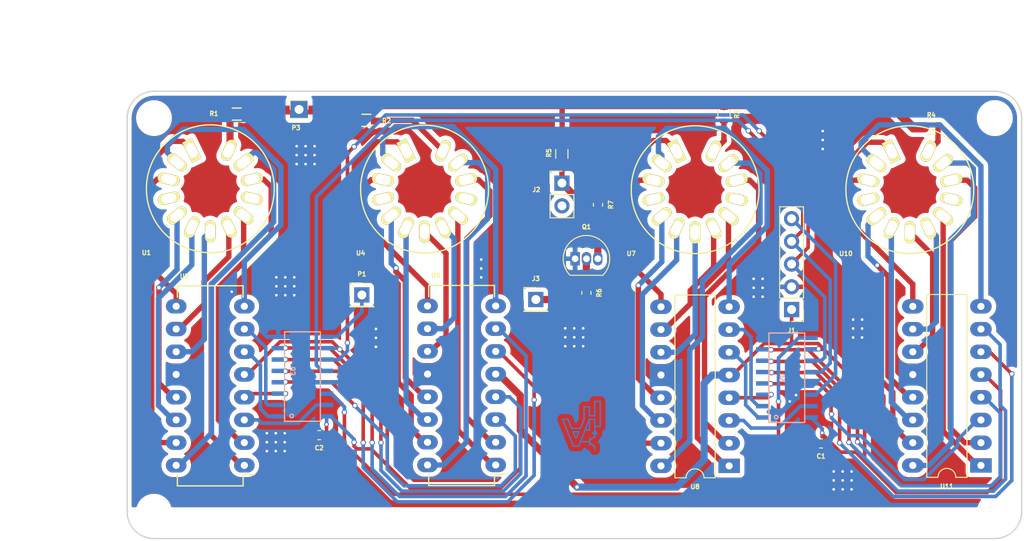
<source format=kicad_pcb>
(kicad_pcb (version 20211014) (generator pcbnew)
  (layers (0 "F.Cu" signal) (31 "B.Cu" signal) (34 "B.Paste" user) (35 "F.Paste" user) (36 "B.SilkS" user "B.Silkscreen") (37 "F.SilkS" user "F.Silkscreen") (38 "B.Mask" user) (39 "F.Mask" user) (44 "Edge.Cuts" user))
  (net 0 "")
  (net 1 "180V")
  (net 2 "Net-(R1-Pad2)")
  (net 3 "Net-(R2-Pad2)")
  (net 4 "Net-(U1-Pad1)")
  (net 5 "Net-(U1-Pad2)")
  (net 6 "Net-(U1-Pad3)")
  (net 7 "Net-(U1-Pad4)")
  (net 8 "Net-(U1-Pad5)")
  (net 9 "Net-(U1-Pad6)")
  (net 10 "Net-(U1-Pad7)")
  (net 11 "Net-(U1-Pad8)")
  (net 12 "Net-(U1-Pad9)")
  (net 13 "Net-(U1-Pad10)")
  (net 14 "Net-(U1-Pad11)")
  (net 15 "Net-(U1-Pad12)")
  (net 16 "Net-(U2-Pad3)")
  (net 17 "Net-(U2-Pad4)")
  (net 18 "+5V")
  (net 19 "Net-(U2-Pad6)")
  (net 20 "Net-(U2-Pad7)")
  (net 21 "GND")
  (net 22 "Net-(U3-Pad4)")
  (net 23 "Net-(U3-Pad5)")
  (net 24 "Net-(U3-Pad6)")
  (net 25 "Net-(U3-Pad7)")
  (net 26 "Net-(U4-Pad1)")
  (net 27 "Net-(U4-Pad2)")
  (net 28 "Net-(U4-Pad3)")
  (net 29 "Net-(U4-Pad4)")
  (net 30 "Net-(U4-Pad5)")
  (net 31 "Net-(U4-Pad6)")
  (net 32 "Net-(U4-Pad7)")
  (net 33 "Net-(U4-Pad8)")
  (net 34 "Net-(U4-Pad9)")
  (net 35 "Net-(U4-Pad10)")
  (net 36 "Net-(U4-Pad11)")
  (net 37 "Net-(U4-Pad12)")
  (net 38 "SHIFT_SERIAL_CLOCK")
  (net 39 "SHIFT_LATCH_CLOCK")
  (net 40 "SHIFT_OUT")
  (net 41 "Net-(R3-Pad2)")
  (net 42 "Net-(R4-Pad2)")
  (net 43 "Net-(U7-Pad1)")
  (net 44 "Net-(U7-Pad2)")
  (net 45 "Net-(U7-Pad3)")
  (net 46 "Net-(U7-Pad4)")
  (net 47 "Net-(U7-Pad5)")
  (net 48 "Net-(U7-Pad6)")
  (net 49 "Net-(U7-Pad7)")
  (net 50 "Net-(U7-Pad8)")
  (net 51 "Net-(U7-Pad9)")
  (net 52 "Net-(U7-Pad10)")
  (net 53 "Net-(U7-Pad11)")
  (net 54 "Net-(U7-Pad12)")
  (net 55 "Net-(U8-Pad3)")
  (net 56 "Net-(U8-Pad4)")
  (net 57 "Net-(U8-Pad6)")
  (net 58 "Net-(U8-Pad7)")
  (net 59 "Net-(U10-Pad1)")
  (net 60 "Net-(U10-Pad2)")
  (net 61 "Net-(U10-Pad3)")
  (net 62 "Net-(U10-Pad4)")
  (net 63 "Net-(U10-Pad5)")
  (net 64 "Net-(U10-Pad6)")
  (net 65 "Net-(U10-Pad7)")
  (net 66 "Net-(U10-Pad8)")
  (net 67 "Net-(U10-Pad9)")
  (net 68 "Net-(U10-Pad10)")
  (net 69 "Net-(U10-Pad11)")
  (net 70 "Net-(U10-Pad12)")
  (net 71 "Net-(U11-Pad3)")
  (net 72 "Net-(U11-Pad4)")
  (net 73 "Net-(U11-Pad6)")
  (net 74 "Net-(U11-Pad7)")
  (net 75 "Net-(P1-Pad1)")
  (net 76 "SHIFT_SER_DATA")
  (net 77 "Net-(J2-Pad1)")
  (net 78 "Net-(J2-Pad2)")
  (net 79 "DOT_CTRL")
  (net 80 "Net-(Q1-Pad2)")
  (net 81 "Net-(Q1-Pad3)")
  (footprint "Resistors_SMD:R_0603" (layer "F.Cu") (at 124.25 66.05 180)
    (fp_text reference "R1")
    (fp_text value "15K" hide)
  )
  (footprint "Resistors_SMD:R_0603" (layer "F.Cu") (at 138.75 66.75)
    (fp_text reference "R2")
    (fp_text value "15K" hide)
  )
  (footprint "keyboard:Nixie-570M-573M" (layer "F.Cu") (at 121.3 74.4)
    (fp_text reference "U1")
    (fp_text value "570Nixie" hide)
  )
  (footprint "Housings_DIP:DIP-16_W7.62mm_LongPads" (layer "F.Cu") (at 125.1 105.32 180)
    (fp_text reference "U2")
    (fp_text value "SN74141-BCD-DEC-DECODE" hide)
  )
  (footprint "keyboard:Nixie-570M-573M" (layer "F.Cu") (at 145.25 74.439664)
    (fp_text reference "U4")
    (fp_text value "570Nixie" hide)
  )
  (footprint "Housings_DIP:DIP-16_W7.62mm_LongPads" (layer "F.Cu") (at 153.2 105.28 180)
    (fp_text reference "U5")
    (fp_text value "SN74141-BCD-DEC-DECODE" hide)
  )
  (footprint "Pin_Headers:Pin_Header_Straight_1x01" (layer "F.Cu") (at 131.22 65.53)
    (fp_text reference "P3")
    (fp_text value "CONN_01X01" hide)
  )
  (footprint "Mounting_Holes:MountingHole_3mm" (layer "F.Cu") (at 115 66.5)
    (fp_text reference "REF**" hide)
    (fp_text value "MountingHole_3mm" hide)
  )
  (footprint "Mounting_Holes:MountingHole_3mm" (layer "F.Cu") (at 115 110.5)
    (fp_text reference "REF**" hide)
    (fp_text value "MountingHole_3mm" hide)
  )
  (footprint "Pin_Headers:Pin_Header_Straight_1x02_Pitch2.54mm" (layer "F.Cu") (at 160.61 73.77)
    (fp_text reference "J2")
    (fp_text value "Dot Connection" hide)
  )
  (footprint "keyboard:stitching_via" (layer "F.Cu") (at 128.68 84.3)
    (fp_text reference "REF**" hide)
    (fp_text value "Via-0.6mm" hide)
  )
  (footprint "keyboard:stitching_via" (layer "F.Cu") (at 129.68 84.3)
    (fp_text reference "REF**" hide)
    (fp_text value "Via-0.6mm" hide)
  )
  (footprint "keyboard:stitching_via" (layer "F.Cu") (at 130.68 84.3)
    (fp_text reference "REF**" hide)
    (fp_text value "Via-0.6mm" hide)
  )
  (footprint "keyboard:stitching_via" (layer "F.Cu") (at 128.68 85.3)
    (fp_text reference "REF**" hide)
    (fp_text value "Via-0.6mm" hide)
  )
  (footprint "keyboard:stitching_via" (layer "F.Cu") (at 129.68 85.3)
    (fp_text reference "REF**" hide)
    (fp_text value "Via-0.6mm" hide)
  )
  (footprint "keyboard:stitching_via" (layer "F.Cu") (at 130.68 85.3)
    (fp_text reference "REF**" hide)
    (fp_text value "Via-0.6mm" hide)
  )
  (footprint "keyboard:stitching_via" (layer "F.Cu") (at 128.68 86.3)
    (fp_text reference "REF**" hide)
    (fp_text value "Via-0.6mm" hide)
  )
  (footprint "keyboard:stitching_via" (layer "F.Cu") (at 129.68 86.3)
    (fp_text reference "REF**" hide)
    (fp_text value "Via-0.6mm" hide)
  )
  (footprint "keyboard:stitching_via" (layer "F.Cu") (at 130.68 86.3)
    (fp_text reference "REF**" hide)
    (fp_text value "Via-0.6mm" hide)
  )
  (footprint "keyboard:stitching_via" (layer "F.Cu") (at 127.615 101.73)
    (fp_text reference "REF**" hide)
    (fp_text value "Via-0.6mm" hide)
  )
  (footprint "keyboard:stitching_via" (layer "F.Cu") (at 128.615 101.73)
    (fp_text reference "REF**" hide)
    (fp_text value "Via-0.6mm" hide)
  )
  (footprint "keyboard:stitching_via" (layer "F.Cu") (at 129.615 101.73)
    (fp_text reference "REF**" hide)
    (fp_text value "Via-0.6mm" hide)
  )
  (footprint "keyboard:stitching_via" (layer "F.Cu") (at 129.615 102.73)
    (fp_text reference "REF**" hide)
    (fp_text value "Via-0.6mm" hide)
  )
  (footprint "keyboard:stitching_via" (layer "F.Cu") (at 129.615 103.73)
    (fp_text reference "REF**" hide)
    (fp_text value "Via-0.6mm" hide)
  )
  (footprint "keyboard:stitching_via" (layer "F.Cu") (at 128.615 102.73)
    (fp_text reference "REF**" hide)
    (fp_text value "Via-0.6mm" hide)
  )
  (footprint "keyboard:stitching_via" (layer "F.Cu") (at 127.615 102.73)
    (fp_text reference "REF**" hide)
    (fp_text value "Via-0.6mm" hide)
  )
  (footprint "keyboard:stitching_via" (layer "F.Cu") (at 127.615 103.73)
    (fp_text reference "REF**" hide)
    (fp_text value "Via-0.6mm" hide)
  )
  (footprint "keyboard:stitching_via" (layer "F.Cu") (at 128.615 103.73)
    (fp_text reference "REF**" hide)
    (fp_text value "Via-0.6mm" hide)
  )
  (footprint "Resistors_SMD:R_0603" (layer "F.Cu") (at 178.72 66.07 -90)
    (fp_text reference "R3")
    (fp_text value "15K" hide)
  )
  (footprint "Resistors_SMD:R_0603" (layer "F.Cu") (at 201.9 67.6)
    (fp_text reference "R4")
    (fp_text value "15K" hide)
  )
  (footprint "keyboard:Nixie-570M-573M" (layer "F.Cu") (at 175.5 74.5)
    (fp_text reference "U7")
    (fp_text value "570Nixie" hide)
  )
  (footprint "Housings_DIP:DIP-16_W7.62mm_LongPads" (layer "F.Cu") (at 179.3 105.38 180)
    (fp_text reference "U8")
    (fp_text value "SN74141-BCD-DEC-DECODE" hide)
  )
  (footprint "keyboard:Nixie-570M-573M" (layer "F.Cu") (at 199.5 74.5)
    (fp_text reference "U10")
    (fp_text value "570Nixie" hide)
  )
  (footprint "Housings_DIP:DIP-16_W7.62mm_LongPads" (layer "F.Cu") (at 207.45 105.33 180)
    (fp_text reference "U11")
    (fp_text value "SN74141-BCD-DEC-DECODE" hide)
  )
  (footprint "Pin_Headers:Pin_Header_Straight_1x01_Pitch2.54mm" (layer "F.Cu") (at 138.24 86.27)
    (fp_text reference "P1")
    (fp_text value "CONN_01X01" hide)
  )
  (footprint "keyboard:stitching_via" (layer "F.Cu") (at 183.04 84.465)
    (fp_text reference "REF**" hide)
    (fp_text value "Via-0.6mm" hide)
  )
  (footprint "keyboard:stitching_via" (layer "F.Cu") (at 182.04 85.465)
    (fp_text reference "REF**" hide)
    (fp_text value "Via-0.6mm" hide)
  )
  (footprint "keyboard:stitching_via" (layer "F.Cu") (at 183.04 85.465)
    (fp_text reference "REF**" hide)
    (fp_text value "Via-0.6mm" hide)
  )
  (footprint "keyboard:stitching_via" (layer "F.Cu") (at 182.04 84.465)
    (fp_text reference "REF**" hide)
    (fp_text value "Via-0.6mm" hide)
  )
  (footprint "keyboard:stitching_via" (layer "F.Cu") (at 183.04 86.465)
    (fp_text reference "REF**" hide)
    (fp_text value "Via-0.6mm" hide)
  )
  (footprint "keyboard:stitching_via" (layer "F.Cu") (at 182.04 86.465)
    (fp_text reference "REF**" hide)
    (fp_text value "Via-0.6mm" hide)
  )
  (footprint "Mounting_Holes:MountingHole_3mm" (layer "F.Cu") (at 209 110.5)
    (fp_text reference "REF**" hide)
    (fp_text value "MountingHole_3mm" hide)
  )
  (footprint "keyboard:stitching_via" (layer "F.Cu") (at 191.99 108.005)
    (fp_text reference "REF**" hide)
    (fp_text value "Via-0.6mm" hide)
  )
  (footprint "keyboard:stitching_via" (layer "F.Cu") (at 191.99 107.005)
    (fp_text reference "REF**" hide)
    (fp_text value "Via-0.6mm" hide)
  )
  (footprint "keyboard:stitching_via" (layer "F.Cu") (at 190.99 108.005)
    (fp_text reference "REF**" hide)
    (fp_text value "Via-0.6mm" hide)
  )
  (footprint "keyboard:stitching_via" (layer "F.Cu") (at 192.99 108.005)
    (fp_text reference "REF**" hide)
    (fp_text value "Via-0.6mm" hide)
  )
  (footprint "keyboard:stitching_via" (layer "F.Cu") (at 192.99 107.005)
    (fp_text reference "REF**" hide)
    (fp_text value "Via-0.6mm" hide)
  )
  (footprint "keyboard:stitching_via" (layer "F.Cu") (at 192.99 106.005)
    (fp_text reference "REF**" hide)
    (fp_text value "Via-0.6mm" hide)
  )
  (footprint "keyboard:stitching_via" (layer "F.Cu") (at 190.99 107.005)
    (fp_text reference "REF**" hide)
    (fp_text value "Via-0.6mm" hide)
  )
  (footprint "keyboard:stitching_via" (layer "F.Cu") (at 191.99 106.005)
    (fp_text reference "REF**" hide)
    (fp_text value "Via-0.6mm" hide)
  )
  (footprint "keyboard:stitching_via" (layer "F.Cu") (at 190.99 106.005)
    (fp_text reference "REF**" hide)
    (fp_text value "Via-0.6mm" hide)
  )
  (footprint "Mounting_Holes:MountingHole_3mm" (layer "F.Cu") (at 209 66.5)
    (fp_text reference "REF**" hide)
    (fp_text value "MountingHole_3mm" hide)
  )
  (footprint "keyboard:stitching_via" (layer "F.Cu") (at 194.16 89.025)
    (fp_text reference "REF**" hide)
    (fp_text value "Via-0.6mm" hide)
  )
  (footprint "keyboard:stitching_via" (layer "F.Cu") (at 193.16 89.025)
    (fp_text reference "REF**" hide)
    (fp_text value "Via-0.6mm" hide)
  )
  (footprint "keyboard:stitching_via" (layer "F.Cu") (at 193.16 91.025)
    (fp_text reference "REF**" hide)
    (fp_text value "Via-0.6mm" hide)
  )
  (footprint "keyboard:stitching_via" (layer "F.Cu") (at 194.16 91.025)
    (fp_text reference "REF**" hide)
    (fp_text value "Via-0.6mm" hide)
  )
  (footprint "keyboard:stitching_via" (layer "F.Cu") (at 194.16 90.025)
    (fp_text reference "REF**" hide)
    (fp_text value "Via-0.6mm" hide)
  )
  (footprint "keyboard:stitching_via" (layer "F.Cu") (at 193.16 90.025)
    (fp_text reference "REF**" hide)
    (fp_text value "Via-0.6mm" hide)
  )
  (footprint "keyboard:stitching_via" (layer "F.Cu") (at 130.95 70.64)
    (fp_text reference "REF**" hide)
    (fp_text value "Via-0.6mm" hide)
  )
  (footprint "keyboard:stitching_via" (layer "F.Cu") (at 131.95 70.64)
    (fp_text reference "REF**" hide)
    (fp_text value "Via-0.6mm" hide)
  )
  (footprint "keyboard:stitching_via" (layer "F.Cu") (at 130.95 71.64)
    (fp_text reference "REF**" hide)
    (fp_text value "Via-0.6mm" hide)
  )
  (footprint "keyboard:stitching_via" (layer "F.Cu") (at 131.95 71.64)
    (fp_text reference "REF**" hide)
    (fp_text value "Via-0.6mm" hide)
  )
  (footprint "keyboard:stitching_via" (layer "F.Cu") (at 132.95 71.64)
    (fp_text reference "REF**" hide)
    (fp_text value "Via-0.6mm" hide)
  )
  (footprint "keyboard:stitching_via" (layer "F.Cu") (at 132.95 70.64)
    (fp_text reference "REF**" hide)
    (fp_text value "Via-0.6mm" hide)
  )
  (footprint "keyboard:stitching_via" (layer "F.Cu") (at 132.95 69.64)
    (fp_text reference "REF**" hide)
    (fp_text value "Via-0.6mm" hide)
  )
  (footprint "keyboard:stitching_via" (layer "F.Cu") (at 131.95 69.64)
    (fp_text reference "REF**" hide)
    (fp_text value "Via-0.6mm" hide)
  )
  (footprint "keyboard:stitching_via" (layer "F.Cu") (at 130.95 69.64)
    (fp_text reference "REF**" hide)
    (fp_text value "Via-0.6mm" hide)
  )
  (footprint "keyboard:stitching_via" (layer "F.Cu") (at 160.98 90.005)
    (fp_text reference "REF**" hide)
    (fp_text value "Via-0.6mm" hide)
  )
  (footprint "keyboard:stitching_via" (layer "F.Cu") (at 161.98 90.005)
    (fp_text reference "REF**" hide)
    (fp_text value "Via-0.6mm" hide)
  )
  (footprint "keyboard:stitching_via" (layer "F.Cu") (at 162.98 90.005)
    (fp_text reference "REF**" hide)
    (fp_text value "Via-0.6mm" hide)
  )
  (footprint "keyboard:stitching_via" (layer "F.Cu") (at 162.98 91.005)
    (fp_text reference "REF**" hide)
    (fp_text value "Via-0.6mm" hide)
  )
  (footprint "keyboard:stitching_via" (layer "F.Cu") (at 162.98 92.005)
    (fp_text reference "REF**" hide)
    (fp_text value "Via-0.6mm" hide)
  )
  (footprint "keyboard:stitching_via" (layer "F.Cu") (at 161.98 92.005)
    (fp_text reference "REF**" hide)
    (fp_text value "Via-0.6mm" hide)
  )
  (footprint "keyboard:stitching_via" (layer "F.Cu") (at 161.98 91.005)
    (fp_text reference "REF**" hide)
    (fp_text value "Via-0.6mm" hide)
  )
  (footprint "keyboard:stitching_via" (layer "F.Cu") (at 160.98 91.005)
    (fp_text reference "REF**" hide)
    (fp_text value "Via-0.6mm" hide)
  )
  (footprint "keyboard:stitching_via" (layer "F.Cu") (at 160.98 92.005)
    (fp_text reference "REF**" hide)
    (fp_text value "Via-0.6mm" hide)
  )
  (footprint "keyboard:stitching_via" (layer "F.Cu") (at 186.781369 97.469253 -45)
    (fp_text reference "REF**" hide)
    (fp_text value "Via-0.6mm" hide)
  )
  (footprint "keyboard:stitching_via" (layer "F.Cu") (at 186.074262 98.176359 -45)
    (fp_text reference "REF**" hide)
    (fp_text value "Via-0.6mm" hide)
  )
  (footprint "Resistors_SMD:R_0603" (layer "F.Cu") (at 160.6 70.5 -90)
    (fp_text reference "R5")
    (fp_text value "15K" hide)
  )
  (footprint "Pin_Headers:Pin_Header_Straight_1x05_Pitch2.54mm" (layer "F.Cu") (at 186.28 87.9 180)
    (fp_text reference "J1")
    (fp_text value "Conn_01x05" hide)
  )
  (footprint "keyboard:stitching_via" (layer "F.Cu") (at 151.58 82.305)
    (fp_text reference "REF**" hide)
    (fp_text value "Via-0.6mm" hide)
  )
  (footprint "keyboard:stitching_via" (layer "F.Cu") (at 151.58 83.305)
    (fp_text reference "REF**" hide)
    (fp_text value "Via-0.6mm" hide)
  )
  (footprint "keyboard:stitching_via" (layer "F.Cu") (at 151.58 84.305)
    (fp_text reference "REF**" hide)
    (fp_text value "Via-0.6mm" hide)
  )
  (footprint "keyboard:stitching_via" (layer "F.Cu") (at 123.69 85.91)
    (fp_text reference "REF**" hide)
    (fp_text value "Via-0.6mm" hide)
  )
  (footprint "keyboard:stitching_via" (layer "F.Cu") (at 139.81 90.07)
    (fp_text reference "REF**" hide)
    (fp_text value "Via-0.6mm" hide)
  )
  (footprint "keyboard:stitching_via" (layer "F.Cu") (at 139.81 91.07)
    (fp_text reference "REF**" hide)
    (fp_text value "Via-0.6mm" hide)
  )
  (footprint "keyboard:stitching_via" (layer "F.Cu") (at 139.81 92.07)
    (fp_text reference "REF**" hide)
    (fp_text value "Via-0.6mm" hide)
  )
  (footprint "keyboard:stitching_via" (layer "F.Cu") (at 189.76 67.95)
    (fp_text reference "REF**" hide)
    (fp_text value "Via-0.6mm" hide)
  )
  (footprint "keyboard:stitching_via" (layer "F.Cu") (at 189.76 68.95)
    (fp_text reference "REF**" hide)
    (fp_text value "Via-0.6mm" hide)
  )
  (footprint "keyboard:stitching_via" (layer "F.Cu") (at 189.76 69.95)
    (fp_text reference "REF**" hide)
    (fp_text value "Via-0.6mm" hide)
  )
  (footprint "Capacitor_SMD:C_0603_1608Metric" (layer "F.Cu") (at 189.5725 102.87 180)
    (fp_text reference "C1")
    (fp_text value "0.1uF" hide)
  )
  (footprint "Connector_PinHeader_2.54mm:PinHeader_1x01_P2.54mm_Vertical" (layer "F.Cu") (at 157.69 86.78)
    (fp_text reference "J3")
    (fp_text value "GPIO in for dot" hide)
  )
  (footprint "Package_TO_SOT_THT:TO-92_Inline" (layer "F.Cu") (at 162.08 82.22)
    (fp_text reference "Q1")
    (fp_text value "MPSA42" hide)
  )
  (footprint "Resistor_SMD:R_0603_1608Metric" (layer "F.Cu") (at 164.64 76.19 -90)
    (fp_text reference "R7")
    (fp_text value "15K" hide)
  )
  (footprint "Resistor_SMD:R_0603_1608Metric" (layer "F.Cu") (at 163.34 86.04 -90)
    (fp_text reference "R6")
    (fp_text value "10K" hide)
  )
  (footprint "Capacitor_SMD:C_0603_1608Metric" (layer "F.Cu") (at 133.47 101.94 180)
    (fp_text reference "C2")
    (fp_text value "0.1uF" hide)
  )
  (footprint "SMD_Packages:SOP16L" (layer "B.Cu") (at 131.6 95.395 90)
    (fp_text reference "U3")
    (fp_text value "SN43HC595" hide)
  )
  (footprint "keyboard:Logo" (layer "B.Cu") (at 163.88 99.17)
    (fp_text reference "U6" hide)
    (fp_text value "Logo" hide)
  )
  (footprint "keyboard_extended:SOP16L" (layer "B.Cu") (at 185.75 95.525 90)
    (fp_text reference "U9")
    (fp_text value "SN43HC595" hide)
  )
  (gr_arc (start 115 113.5) (mid 112.87868 112.62132) (end 112 110.5) (layer "Edge.Cuts") (width 0.15))
  (gr_line (start 115 63.5) (end 209 63.5) (layer "Edge.Cuts") (width 0.15))
  (gr_arc (start 212 110.5) (mid 211.12132 112.62132) (end 209 113.5) (layer "Edge.Cuts") (width 0.15))
  (gr_arc (start 209 63.5) (mid 211.12132 64.37868) (end 212 66.5) (layer "Edge.Cuts") (width 0.15))
  (gr_arc (start 112 66.5) (mid 112.87868 64.37868) (end 115 63.5) (layer "Edge.Cuts") (width 0.15))
  (gr_line (start 212 110.5) (end 212 66.5) (layer "Edge.Cuts") (width 0.15))
  (gr_arc (start 112 66.5) (mid 112.87868 64.37868) (end 115 63.5) (layer "Edge.Cuts") (width 0.15))
  (gr_line (start 112 66.5) (end 112 110.5) (layer "Edge.Cuts") (width 0.15))
  (gr_line (start 115 113.5) (end 209 113.5) (layer "Edge.Cuts") (width 0.15))
  (segment (start 160.61 65.019999) (end 160.63 64.999999) (width 1) (layer "F.Cu") (net 1))
  (segment (start 160.6 69.75) (end 160.6 68.9) (width 0.6) (layer "F.Cu") (net 1))
  (segment (start 178.72 65.32) (end 178.72 65.029999) (width 0.6) (layer "F.Cu") (net 1))
  (segment (start 127.4 65.6) (end 134.8 65.6) (width 1) (layer "F.Cu") (net 1))
  (segment (start 134.8 65.6) (end 135.400001 64.999999) (width 1) (layer "F.Cu") (net 1))
  (segment (start 160.63 64.999999) (end 178.75 64.999999) (width 1) (layer "F.Cu") (net 1))
  (segment (start 199.9 67.6) (end 201.15 67.6) (width 1) (layer "F.Cu") (net 1))
  (segment (start 201.15 67.6) (end 201.15 67.4) (width 0.8) (layer "F.Cu") (net 1))
  (segment (start 197.299999 64.999999) (end 199.9 67.6) (width 1) (layer "F.Cu") (net 1))
  (segment (start 127.4 65.6) (end 125.45 65.6) (width 1) (layer "F.Cu") (net 1))
  (segment (start 134.8 65.6) (end 135.95 66.75) (width 1) (layer "F.Cu") (net 1))
  (segment (start 178.72 65.029999) (end 178.75 64.999999) (width 0.6) (layer "F.Cu") (net 1))
  (segment (start 160.6 68.9) (end 160.63 68.87) (width 0.6) (layer "F.Cu") (net 1))
  (segment (start 125.45 65.6) (end 125 66.05) (width 1) (layer "F.Cu") (net 1))
  (segment (start 135.400001 64.999999) (end 160.63 64.999999) (width 1) (layer "F.Cu") (net 1))
  (segment (start 160.63 68.87) (end 160.63 64.999999) (width 0.6) (layer "F.Cu") (net 1))
  (segment (start 135.95 66.75) (end 138 66.75) (width 1) (layer "F.Cu") (net 1))
  (segment (start 178.75 64.999999) (end 197.299999 64.999999) (width 1) (layer "F.Cu") (net 1))
  (segment (start 123.5 69.974371) (end 123.367477 70.106894) (width 0.8) (layer "F.Cu") (net 2))
  (segment (start 123.5 66.05) (end 123.5 69.974371) (width 0.8) (layer "F.Cu") (net 2))
  (segment (start 143.910583 66.75) (end 139.5 66.75) (width 0.6) (layer "F.Cu") (net 3))
  (segment (start 147.317477 70.156894) (end 143.910583 66.75) (width 0.6) (layer "F.Cu") (net 3))
  (segment (start 118.225421 69.099729) (end 119.232565 70.106873) (width 0.6) (layer "F.Cu") (net 4))
  (segment (start 114.754304 101.804304) (end 114.754304 84.545688) (width 0.6) (layer "F.Cu") (net 4))
  (segment (start 114.754304 84.545688) (end 113.69999 83.491374) (width 0.6) (layer "F.Cu") (net 4))
  (segment (start 117.000261 69.099729) (end 118.225421 69.099729) (width 0.6) (layer "F.Cu") (net 4))
  (segment (start 113.69999 72.4) (end 117.000261 69.099729) (width 0.6) (layer "F.Cu") (net 4))
  (segment (start 117.48 102.78) (end 115.73 102.78) (width 0.6) (layer "F.Cu") (net 4))
  (segment (start 113.69999 83.491374) (end 113.69999 72.4) (width 0.6) (layer "F.Cu") (net 4))
  (segment (start 115.73 102.78) (end 114.754304 101.804304) (width 0.6) (layer "F.Cu") (net 4))
  (segment (start 125.1 82.531384) (end 129.18001 78.451374) (width 0.6) (layer "B.Cu") (net 5))
  (segment (start 125.1 87.54) (end 125.1 82.531384) (width 0.6) (layer "B.Cu") (net 5))
  (segment (start 116.5 70.354464) (end 117.574588 71.429052) (width 0.6) (layer "B.Cu") (net 5))
  (segment (start 116.5 69.5) (end 116.5 70.354464) (width 0.6) (layer "B.Cu") (net 5))
  (segment (start 129.011384 71.75) (end 128.5 71.238616) (width 0.6) (layer "B.Cu") (net 5))
  (segment (start 129.180008 71.918624) (end 129.180008 72.499998) (width 0.6) (layer "B.Cu") (net 5))
  (segment (start 129.180008 72.499998) (end 129.18001 72.5) (width 0.6) (layer "B.Cu") (net 5))
  (segment (start 116.5 69.5) (end 116.51 69.5) (width 0.6) (layer "B.Cu") (net 5))
  (segment (start 129.18001 78.451374) (end 129.18001 72.5) (width 0.6) (layer "B.Cu") (net 5))
  (segment (start 125.021384 67.76) (end 118.25 67.76) (width 0.6) (layer "B.Cu") (net 5))
  (segment (start 116.51 69.5) (end 118.25 67.76) (width 0.6) (layer "B.Cu") (net 5))
  (segment (start 128.5 71.238616) (end 125.021384 67.76) (width 0.6) (layer "B.Cu") (net 5))
  (segment (start 128.5 71.238616) (end 129.180008 71.918624) (width 0.6) (layer "B.Cu") (net 5))
  (segment (start 114.5 83.16) (end 117.48 86.14) (width 0.6) (layer "F.Cu") (net 6))
  (segment (start 115.340498 73.339664) (end 114.5 74.180162) (width 0.6) (layer "F.Cu") (net 6))
  (segment (start 116.654474 73.339664) (end 115.340498 73.339664) (width 0.6) (layer "F.Cu") (net 6))
  (segment (start 114.5 74.180162) (end 114.5 83.16) (width 0.6) (layer "F.Cu") (net 6))
  (segment (start 117.48 86.14) (end 117.48 87.54) (width 0.6) (layer "F.Cu") (net 6))
  (segment (start 115.554314 85.454314) (end 115.554314 96.124314) (width 0.6) (layer "F.Cu") (net 8))
  (segment (start 115.554314 96.124314) (end 117.13 97.7) (width 0.6) (layer "F.Cu") (net 8))
  (segment (start 117.13 97.7) (end 117.48 97.7) (width 0.6) (layer "F.Cu") (net 8))
  (via (at 115.554314 85.454314) (size 0.6) (drill 0.4) (layers "F.Cu" "B.Cu") (net 8))
  (segment (start 117.574558 83.43407) (end 115.554314 85.454314) (width 0.6) (layer "B.Cu") (net 8))
  (segment (start 117.574558 77.37091) (end 117.574558 83.43407) (width 0.6) (layer "B.Cu") (net 8))
  (segment (start 115.49 98.6) (end 117.13 100.24) (width 0.6) (layer "B.Cu") (net 9))
  (segment (start 117.13 100.24) (end 117.48 100.24) (width 0.6) (layer "B.Cu") (net 9))
  (segment (start 115.49 98.6) (end 115.49 86.65) (width 0.6) (layer "B.Cu") (net 9))
  (segment (start 119.232523 82.907477) (end 115.49 86.65) (width 0.6) (layer "B.Cu") (net 9))
  (segment (start 119.232523 78.693106) (end 119.232523 82.907477) (width 0.6) (layer "B.Cu") (net 9))
  (segment (start 117.48 92.62) (end 119.23 92.62) (width 0.6) (layer "B.Cu") (net 10))
  (segment (start 119.23 92.62) (end 120.629264 91.220736) (width 0.6) (layer "B.Cu") (net 10))
  (segment (start 120.629264 91.220736) (end 120.629264 79.835712) (width 0.6) (layer "B.Cu") (net 10))
  (segment (start 120.629264 79.835712) (end 121.299976 79.165) (width 0.6) (layer "B.Cu") (net 10))
  (segment (start 123.367435 81.998251) (end 123.367435 78.693127) (width 0.6) (layer "F.Cu") (net 11))
  (segment (start 117.48 90.08) (end 117.83 90.08) (width 0.6) (layer "F.Cu") (net 11))
  (segment (start 117.83 90.08) (end 120.6 87.31) (width 0.6) (layer "F.Cu") (net 11))
  (segment (start 120.6 84.765686) (end 123.367435 81.998251) (width 0.6) (layer "F.Cu") (net 11))
  (segment (start 120.6 87.31) (end 120.6 84.765686) (width 0.6) (layer "F.Cu") (net 11))
  (segment (start 121.40001 101.05) (end 121.40001 91.37) (width 0.6) (layer "F.Cu") (net 12))
  (segment (start 125.1 105.32) (end 124.75 105.32) (width 0.6) (layer "F.Cu") (net 12))
  (segment (start 124.75 105.32) (end 121.40001 101.97001) (width 0.6) (layer "F.Cu") (net 12))
  (segment (start 125.025412 81.471658) (end 121.40001 85.09706) (width 0.6) (layer "F.Cu") (net 12))
  (segment (start 121.40001 85.09706) (end 121.40001 91.37) (width 0.6) (layer "F.Cu") (net 12))
  (segment (start 125.025412 77.370948) (end 125.025412 81.471658) (width 0.6) (layer "F.Cu") (net 12))
  (segment (start 121.40001 101.97001) (end 121.40001 101.05) (width 0.6) (layer "F.Cu") (net 12))
  (segment (start 121.40001 91.37) (end 121.40001 91.64) (width 0.6) (layer "F.Cu") (net 12))
  (segment (start 124.98 105.2) (end 125.1 105.32) (width 1) (layer "F.Cu") (net 12))
  (segment (start 122.20002 100.23002) (end 122.20002 85.428434) (width 0.6) (layer "F.Cu") (net 14))
  (segment (start 127.259516 73.33971) (end 125.945537 73.33971) (width 0.6) (layer "F.Cu") (net 14))
  (segment (start 128.1 79.528454) (end 128.1 74.180194) (width 0.6) (layer "F.Cu") (net 14))
  (segment (start 125.1 102.78) (end 124.75 102.78) (width 0.6) (layer "F.Cu") (net 14))
  (segment (start 122.20002 85.428434) (end 128.1 79.528454) (width 0.6) (layer "F.Cu") (net 14))
  (segment (start 124.75 102.78) (end 122.20002 100.23002) (width 0.6) (layer "F.Cu") (net 14))
  (segment (start 128.1 74.180194) (end 127.259516 73.33971) (width 0.6) (layer "F.Cu") (net 14))
  (segment (start 117.83 105.32) (end 121.429274 101.720726) (width 0.6) (layer "B.Cu") (net 15))
  (segment (start 121.45 85) (end 121.5 85) (width 0.6) (layer "B.Cu") (net 15))
  (segment (start 128.38 78.12) (end 128.38 72.25) (width 0.6) (layer "B.Cu") (net 15))
  (segment (start 121.429274 85.020726) (end 121.45 85) (width 0.6) (layer "B.Cu") (net 15))
  (segment (start 128.38 72.25) (end 126.5 70.37) (width 0.6) (layer "B.Cu") (net 15))
  (segment (start 126.084532 70.37) (end 125.025442 71.42909) (width 0.6) (layer "B.Cu") (net 15))
  (segment (start 117.48 105.32) (end 117.83 105.32) (width 0.6) (layer "B.Cu") (net 15))
  (segment (start 121.5 85) (end 128.38 78.12) (width 0.6) (layer "B.Cu") (net 15))
  (segment (start 126.5 70.37) (end 126.084532 70.37) (width 0.6) (layer "B.Cu") (net 15))
  (segment (start 121.429274 101.720726) (end 121.429274 85.020726) (width 0.6) (layer "B.Cu") (net 15))
  (segment (start 125.1 100.24) (end 125.45 100.24) (width 0.4) (layer "F.Cu") (net 16))
  (segment (start 134.3 98.57) (end 133.15 98.57) (width 0.4) (layer "B.Cu") (net 16))
  (segment (start 133.15 98.57) (end 131.12 100.6) (width 0.4) (layer "B.Cu") (net 16))
  (segment (start 127.01 100.6) (end 126.65 100.24) (width 0.4) (layer "B.Cu") (net 16))
  (segment (start 131.12 100.6) (end 127.01 100.6) (width 0.4) (layer "B.Cu") (net 16))
  (segment (start 126.65 100.24) (end 125.1 100.24) (width 0.4) (layer "B.Cu") (net 16))
  (segment (start 129.7 97.3) (end 125.5 97.3) (width 0.4) (layer "F.Cu") (net 17))
  (segment (start 125.5 97.3) (end 125.1 97.7) (width 0.4) (layer "F.Cu") (net 17))
  (via (at 129.7 97.3) (size 0.6) (drill 0.4) (layers "F.Cu" "B.Cu") (net 17))
  (segment (start 129.7 97.3) (end 128.9 97.3) (width 0.4) (layer "B.Cu") (net 17))
  (segment (start 153.2 95.12) (end 153.22 95.1) (width 1) (layer "F.Cu") (net 18))
  (segment (start 193.45 103.85) (end 191.737998 103.85) (width 0.4) (layer "F.Cu") (net 18))
  (segment (start 153.7 107.9) (end 155.95 105.65) (width 0.4) (layer "F.Cu") (net 18))
  (segment (start 179.3 95.22) (end 179.7 95.22) (width 0.4) (layer "F.Cu") (net 18))
  (segment (start 141.080001 105.3) (end 143.680001 107.9) (width 0.4) (layer "F.Cu") (net 18))
  (segment (start 209.65 106.85) (end 209.65 96.97) (width 0.4) (layer "F.Cu") (net 18))
  (segment (start 153.55 95.12) (end 153.2 95.12) (width 0.8) (layer "F.Cu") (net 18))
  (segment (start 186.28 87.9) (end 186.28 91.7) (width 0.4) (layer "F.Cu") (net 18))
  (segment (start 155.95 101.4) (end 155.95 97.52) (width 0.8) (layer "F.Cu") (net 18))
  (segment (start 129.110001 91.499999) (end 125.45 95.16) (width 0.4) (layer "F.Cu") (net 18))
  (segment (start 194.45 104.85) (end 197.95 108.35) (width 0.4) (layer "F.Cu") (net 18))
  (segment (start 134.929999 91.499999) (end 129.110001 91.499999) (width 0.4) (layer "F.Cu") (net 18))
  (segment (start 125.45 95.16) (end 125.1 95.16) (width 0.4) (layer "F.Cu") (net 18))
  (segment (start 189.7 102.21) (end 190.36 102.87) (width 0.4) (layer "F.Cu") (net 18))
  (segment (start 137.37 103.164264) (end 137.685737 103.480001) (width 0.4) (layer "F.Cu") (net 18))
  (segment (start 189.25 91.7) (end 189.9 92.35) (width 0.4) (layer "F.Cu") (net 18))
  (segment (start 207.85 95.17) (end 207.45 95.17) (width 0.4) (layer "F.Cu") (net 18))
  (segment (start 209.65 96.97) (end 207.85 95.17) (width 0.4) (layer "F.Cu") (net 18))
  (segment (start 135.78 92.35) (end 134.929999 91.499999) (width 0.4) (layer "F.Cu") (net 18))
  (segment (start 162.3 107.75) (end 155.95 101.4) (width 0.8) (layer "F.Cu") (net 18))
  (segment (start 139.260002 103.480001) (end 141.080001 105.3) (width 0.4) (layer "F.Cu") (net 18))
  (segment (start 208.15 108.35) (end 209.65 106.85) (width 0.4) (layer "F.Cu") (net 18))
  (segment (start 141.080001 97.650001) (end 141.080001 105.3) (width 0.4) (layer "F.Cu") (net 18))
  (segment (start 189.35 92.35) (end 189.3 92.3) (width 0.4) (layer "F.Cu") (net 18))
  (segment (start 137.685737 103.480001) (end 139.260002 103.480001) (width 0.4) (layer "F.Cu") (net 18))
  (segment (start 194.45 96.9) (end 194.45 104.85) (width 0.4) (layer "F.Cu") (net 18))
  (segment (start 186.28 91.7) (end 189.25 91.7) (width 0.4) (layer "F.Cu") (net 18))
  (segment (start 137.37 102.74) (end 137.37 103.164264) (width 0.4) (layer "F.Cu") (net 18))
  (segment (start 143.680001 107.9) (end 153.7 107.9) (width 0.4) (layer "F.Cu") (net 18))
  (segment (start 179.7 95.22) (end 183.22 91.7) (width 0.4) (layer "F.Cu") (net 18))
  (segment (start 134.29 100.74) (end 134.29 101.9075) (width 0.4) (layer "F.Cu") (net 18))
  (segment (start 189.7 101.812002) (end 189.7 101.68) (width 0.4) (layer "F.Cu") (net 18))
  (segment (start 155.95 105.65) (end 155.95 101.4) (width 0.4) (layer "F.Cu") (net 18))
  (segment (start 183.22 91.7) (end 186.28 91.7) (width 0.4) (layer "F.Cu") (net 18))
  (segment (start 135.78 92.35) (end 141.080001 97.650001) (width 0.4) (layer "F.Cu") (net 18))
  (segment (start 189.9 92.35) (end 189.35 92.35) (width 0.4) (layer "F.Cu") (net 18))
  (segment (start 189.9 92.35) (end 194.45 96.9) (width 0.4) (layer "F.Cu") (net 18))
  (segment (start 197.95 108.35) (end 208.15 108.35) (width 0.4) (layer "F.Cu") (net 18))
  (segment (start 134.29 101.9075) (end 134.2575 101.94) (width 0.4) (layer "F.Cu") (net 18))
  (segment (start 193.45 103.85) (end 194.45 104.85) (width 0.4) (layer "F.Cu") (net 18))
  (segment (start 155.95 97.52) (end 153.55 95.12) (width 0.8) (layer "F.Cu") (net 18))
  (segment (start 189.7 101.68) (end 189.7 102.21) (width 0.4) (layer "F.Cu") (net 18))
  (segment (start 191.737998 103.85) (end 189.7 101.812002) (width 0.4) (layer "F.Cu") (net 18))
  (via (at 137.37 102.74) (size 0.6) (drill 0.4) (layers "F.Cu" "B.Cu") (net 18))
  (via (at 189.7 101.68) (size 0.5) (drill 0.3) (layers "F.Cu" "B.Cu") (net 18))
  (via (at 189.3 92.3) (size 0.6) (drill 0.4) (layers "F.Cu" "B.Cu") (net 18))
  (via (at 134.29 100.74) (size 0.5) (drill 0.3) (layers "F.Cu" "B.Cu") (net 18))
  (via (at 162.3 107.75) (size 0.6) (drill 0.4) (layers "F.Cu" "B.Cu") (net 18))
  (via (at 135.78 92.35) (size 0.6) (drill 0.4) (layers "F.Cu" "B.Cu") (net 18))
  (segment (start 134.3 99.84) (end 134.3 100.73) (width 0.4) (layer "B.Cu") (net 18))
  (segment (start 179.3 95.22) (end 177.43 95.22) (width 0.8) (layer "B.Cu") (net 18))
  (segment (start 137.37 102.41) (end 137.37 102.74) (width 0.4) (layer "B.Cu") (net 18))
  (segment (start 135.65 92.22) (end 135.78 92.35) (width 0.4) (layer "B.Cu") (net 18))
  (segment (start 134.8 99.84) (end 137.37 102.41) (width 0.4) (layer "B.Cu") (net 18))
  (segment (start 134.3 99.84) (end 134.8 99.84) (width 0.4) (layer "B.Cu") (net 18))
  (segment (start 189.3 92.3) (end 188.5 92.3) (width 0.4) (layer "B.Cu") (net 18))
  (segment (start 134.3 100.73) (end 134.29 100.74) (width 0.4) (layer "B.Cu") (net 18))
  (segment (start 173.45 107.75) (end 162.3 107.75) (width 0.8) (layer "B.Cu") (net 18))
  (segment (start 134.3 92.22) (end 135.65 92.22) (width 0.4) (layer "B.Cu") (net 18))
  (segment (start 189.7 101.68) (end 189.7 101.22) (width 0.4) (layer "B.Cu") (net 18))
  (segment (start 177.43 95.22) (end 176.5 96.15) (width 0.8) (layer "B.Cu") (net 18))
  (segment (start 188.5 92.3) (end 188.45 92.35) (width 0.4) (layer "B.Cu") (net 18))
  (segment (start 189.7 101.22) (end 188.45 99.97) (width 0.4) (layer "B.Cu") (net 18))
  (segment (start 176.5 104.7) (end 173.45 107.75) (width 0.8) (layer "B.Cu") (net 18))
  (segment (start 176.5 96.15) (end 176.5 104.7) (width 0.8) (layer "B.Cu") (net 18))
  (segment (start 125.45 92.62) (end 125.1 92.62) (width 0.4) (layer "B.Cu") (net 19))
  (segment (start 127.75 99.84) (end 126.9 98.99) (width 0.4) (layer "B.Cu") (net 19))
  (segment (start 128.9 99.84) (end 127.75 99.84) (width 0.4) (layer "B.Cu") (net 19))
  (segment (start 126.9 94.07) (end 125.45 92.62) (width 0.4) (layer "B.Cu") (net 19))
  (segment (start 126.9 98.99) (end 126.9 94.07) (width 0.4) (layer "B.Cu") (net 19))
  (segment (start 127.50001 98.32001) (end 127.75 98.57) (width 0.4) (layer "B.Cu") (net 20))
  (segment (start 125.45 90.08) (end 127.50001 92.13001) (width 0.4) (layer "B.Cu") (net 20))
  (segment (start 125.1 90.08) (end 125.45 90.08) (width 0.4) (layer "B.Cu") (net 20))
  (segment (start 127.75 98.57) (end 128.9 98.57) (width 0.4) (layer "B.Cu") (net 20))
  (segment (start 127.50001 92.13001) (end 127.50001 98.32001) (width 0.4) (layer "B.Cu") (net 20))
  (segment (start 134.69 96) (end 129.7 96) (width 0.4) (layer "F.Cu") (net 22))
  (segment (start 134.83 96) (end 134.69 96) (width 0.4) (layer "F.Cu") (net 22))
  (segment (start 137.47 98.64) (end 134.83 96) (width 0.4) (layer "F.Cu") (net 22))
  (via (at 137.47 98.64) (size 0.6) (drill 0.4) (layers "F.Cu" "B.Cu") (net 22))
  (via (at 129.7 96) (size 0.6) (drill 0.4) (layers "F.Cu" "B.Cu") (net 22))
  (segment (start 141.080001 105.724375) (end 141.080001 102.290001) (width 0.4) (layer "B.Cu") (net 22))
  (segment (start 151.3 107.6) (end 142.955626 107.6) (width 0.4) (layer "B.Cu") (net 22))
  (segment (start 153.8 107.6) (end 151.3 107.6) (width 0.4) (layer "B.Cu") (net 22))
  (segment (start 153.55 100.2) (end 155.4 102.05) (width 0.4) (layer "B.Cu") (net 22))
  (segment (start 155.4 106) (end 153.8 107.6) (width 0.4) (layer "B.Cu") (net 22))
  (segment (start 155.4 102.05) (end 155.4 106) (width 0.4) (layer "B.Cu") (net 22))
  (segment (start 129.67 96.03) (end 129.7 96) (width 0.4) (layer "B.Cu") (net 22))
  (segment (start 137.47 98.68) (end 137.47 98.64) (width 0.4) (layer "B.Cu") (net 22))
  (segment (start 137.8 99.01) (end 137.47 98.68) (width 0.4) (layer "B.Cu") (net 22))
  (segment (start 142.955626 107.6) (end 141.080001 105.724375) (width 0.4) (layer "B.Cu") (net 22))
  (segment (start 128.9 96.03) (end 129.67 96.03) (width 0.4) (layer "B.Cu") (net 22))
  (segment (start 153.2 100.2) (end 153.55 100.2) (width 0.4) (layer "B.Cu") (net 22))
  (segment (start 141.080001 102.290001) (end 137.8 99.01) (width 0.4) (layer "B.Cu") (net 22))
  (segment (start 157.5 98) (end 157.5 96.53) (width 0.4) (layer "F.Cu") (net 23))
  (segment (start 157.5 96.53) (end 153.55 92.58) (width 0.4) (layer "F.Cu") (net 23))
  (segment (start 138.39 97.647046) (end 138.39 102.78) (width 0.4) (layer "F.Cu") (net 23))
  (segment (start 138.16 97.417046) (end 138.39 97.647046) (width 0.4) (layer "F.Cu") (net 23))
  (segment (start 135.542954 94.8) (end 138.16 97.417046) (width 0.4) (layer "F.Cu") (net 23))
  (segment (start 153.55 92.58) (end 153.2 92.58) (width 0.4) (layer "F.Cu") (net 23))
  (segment (start 129.7 94.8) (end 135.542954 94.8) (width 0.4) (layer "F.Cu") (net 23))
  (via (at 138.39 102.78) (size 0.6) (drill 0.4) (layers "F.Cu" "B.Cu") (net 23))
  (via (at 129.7 94.8) (size 0.6) (drill 0.4) (layers "F.Cu" "B.Cu") (net 23))
  (via (at 157.5 98) (size 0.6) (drill 0.4) (layers "F.Cu" "B.Cu") (net 23))
  (segment (start 153.5 109.400028) (end 154.545598 109.400028) (width 0.4) (layer "B.Cu") (net 23))
  (segment (start 138.39 105.58) (end 142.210028 109.400028) (width 0.4) (layer "B.Cu") (net 23))
  (segment (start 129.66 94.76) (end 129.7 94.8) (width 0.4) (layer "B.Cu") (net 23))
  (segment (start 154.545598 109.400028) (end 157.5 106.445626) (width 0.4) (layer "B.Cu") (net 23))
  (segment (start 128.9 94.76) (end 129.66 94.76) (width 0.4) (layer "B.Cu") (net 23))
  (segment (start 142.210028 109.400028) (end 153.5 109.400028) (width 0.4) (layer "B.Cu") (net 23))
  (segment (start 157.5 106.445626) (end 157.5 98) (width 0.4) (layer "B.Cu") (net 23))
  (segment (start 138.39 102.78) (end 138.39 105.58) (width 0.4) (layer "B.Cu") (net 23))
  (segment (start 129.7 93.5) (end 135.091496 93.5) (width 0.4) (layer "F.Cu") (net 24))
  (segment (start 135.091496 93.5) (end 139.39 97.798504) (width 0.4) (layer "F.Cu") (net 24))
  (segment (start 139.39 97.798504) (end 139.39 102.78) (width 0.4) (layer "F.Cu") (net 24))
  (via (at 129.7 93.5) (size 0.6) (drill 0.4) (layers "F.Cu" "B.Cu") (net 24))
  (via (at 139.39 102.78) (size 0.6) (drill 0.4) (layers "F.Cu" "B.Cu") (net 24))
  (segment (start 142.458561 108.800019) (end 153.2 108.800019) (width 0.4) (layer "B.Cu") (net 24))
  (segment (start 156.600019 93.090019) (end 156.600018 106.497066) (width 0.4) (layer "B.Cu") (net 24))
  (segment (start 128.91 93.5) (end 128.9 93.49) (width 0.4) (layer "B.Cu") (net 24))
  (segment (start 156.600018 106.497066) (end 154.297065 108.800019) (width 0.4) (layer "B.Cu") (net 24))
  (segment (start 153.2 90.04) (end 153.55 90.04) (width 0.4) (layer "B.Cu") (net 24))
  (segment (start 129.7 93.5) (end 128.91 93.5) (width 0.4) (layer "B.Cu") (net 24))
  (segment (start 153.55 90.04) (end 156.600019 93.090019) (width 0.4) (layer "B.Cu") (net 24))
  (segment (start 154.297065 108.800019) (end 153.2 108.800019) (width 0.4) (layer "B.Cu") (net 24))
  (segment (start 139.39 105.731458) (end 142.458561 108.800019) (width 0.4) (layer "B.Cu") (net 24))
  (segment (start 139.39 102.78) (end 139.39 105.731458) (width 0.4) (layer "B.Cu") (net 24))
  (segment (start 140.37 102.77) (end 140.38 102.78) (width 0.4) (layer "F.Cu") (net 25))
  (segment (start 129.7 92.2) (end 134.640038 92.2) (width 0.4) (layer "F.Cu") (net 25))
  (segment (start 140.37 97.929962) (end 140.37 102.77) (width 0.4) (layer "F.Cu") (net 25))
  (segment (start 134.640038 92.2) (end 140.37 97.929962) (width 0.4) (layer "F.Cu") (net 25))
  (via (at 140.38 102.78) (size 0.6) (drill 0.4) (layers "F.Cu" "B.Cu") (net 25))
  (via (at 129.7 92.2) (size 0.6) (drill 0.4) (layers "F.Cu" "B.Cu") (net 25))
  (segment (start 142.707094 108.20001) (end 153.4 108.20001) (width 0.4) (layer "B.Cu") (net 25))
  (segment (start 154.048532 108.20001) (end 153.4 108.20001) (width 0.4) (layer "B.Cu") (net 25))
  (segment (start 156.00001 98.91001) (end 156.000009 106.248533) (width 0.4) (layer "B.Cu") (net 25))
  (segment (start 140.38 105.872916) (end 142.707094 108.20001) (width 0.4) (layer "B.Cu") (net 25))
  (segment (start 129.68 92.22) (end 129.7 92.2) (width 0.4) (layer "B.Cu") (net 25))
  (segment (start 128.9 92.22) (end 129.68 92.22) (width 0.4) (layer "B.Cu") (net 25))
  (segment (start 156.000009 106.248533) (end 154.048532 108.20001) (width 0.4) (layer "B.Cu") (net 25))
  (segment (start 153.2 97.66) (end 154.75 97.66) (width 0.4) (layer "B.Cu") (net 25))
  (segment (start 154.75 97.66) (end 156.00001 98.91001) (width 0.4) (layer "B.Cu") (net 25))
  (segment (start 140.38 102.78) (end 140.38 105.872916) (width 0.4) (layer "B.Cu") (net 25))
  (segment (start 137.39999 71.70001) (end 139.950271 69.149729) (width 0.6) (layer "F.Cu") (net 26))
  (segment (start 145.58 102.74) (end 145.58 102.388491) (width 0.6) (layer "F.Cu") (net 26))
  (segment (start 145.23 102.74) (end 143.75 101.26) (width 0.6) (layer "F.Cu") (net 26))
  (segment (start 143.75 97.50001) (end 142.29999 96.05) (width 0.6) (layer "F.Cu") (net 26))
  (segment (start 145.58 102.74) (end 145.23 102.74) (width 0.6) (layer "F.Cu") (net 26))
  (segment (start 143.75 101.26) (end 143.75 97.50001) (width 0.6) (layer "F.Cu") (net 26))
  (segment (start 137.39999 80.155638) (end 137.39999 71.70001) (width 0.6) (layer "F.Cu") (net 26))
  (segment (start 142.175421 69.149729) (end 143.182565 70.156873) (width 0.6) (layer "F.Cu") (net 26))
  (segment (start 142.29999 85.055638) (end 137.39999 80.155638) (width 0.6) (layer "F.Cu") (net 26))
  (segment (start 139.950271 69.149729) (end 142.175421 69.149729) (width 0.6) (layer "F.Cu") (net 26))
  (segment (start 142.29999 96.05) (end 142.29999 85.055638) (width 0.6) (layer "F.Cu") (net 26))
  (segment (start 142 67.45) (end 142.7 67.45) (width 0.6) (layer "B.Cu") (net 27))
  (segment (start 153.2 84.181384) (end 153.2 87.5) (width 0.6) (layer "B.Cu") (net 27))
  (segment (start 153.2 72.218616) (end 153.2 87.5) (width 0.6) (layer "B.Cu") (net 27))
  (segment (start 140.577482 68.872518) (end 142 67.45) (width 0.6) (layer "B.Cu") (net 27))
  (segment (start 142.7 67.45) (end 148.431384 67.45) (width 0.6) (layer "B.Cu") (net 27))
  (segment (start 140.577482 70.52161) (end 140.577482 68.872518) (width 0.6) (layer "B.Cu") (net 27))
  (segment (start 141.524588 71.468716) (end 140.577482 70.52161) (width 0.6) (layer "B.Cu") (net 27))
  (segment (start 148.431384 67.45) (end 153.2 72.218616) (width 0.6) (layer "B.Cu") (net 27))
  (segment (start 139.290498 73.389664) (end 138.2 74.480162) (width 0.6) (layer "F.Cu") (net 28))
  (segment (start 140.604474 73.389664) (end 139.290498 73.389664) (width 0.6) (layer "F.Cu") (net 28))
  (segment (start 138.2 77.95) (end 145.58 85.33) (width 0.6) (layer "F.Cu") (net 28))
  (segment (start 145.58 85.33) (end 145.58 87.5) (width 0.6) (layer "F.Cu") (net 28))
  (segment (start 138.2 74.480162) (end 138.2 77.95) (width 0.6) (layer "F.Cu") (net 28))
  (segment (start 143.1 84.724264) (end 143.1 95.53) (width 0.6) (layer "F.Cu") (net 30))
  (segment (start 142.05 83.674264) (end 143.1 84.724264) (width 0.6) (layer "F.Cu") (net 30))
  (segment (start 143.1 95.53) (end 145.23 97.66) (width 0.6) (layer "F.Cu") (net 30))
  (segment (start 145.23 97.66) (end 145.58 97.66) (width 0.6) (layer "F.Cu") (net 30))
  (segment (start 142.05 83.25) (end 142.05 83.674264) (width 0.6) (layer "F.Cu") (net 30))
  (via (at 142.05 83.25) (size 0.6) (drill 0.4) (layers "F.Cu" "B.Cu") (net 30))
  (segment (start 141.524558 82.724558) (end 142.05 83.25) (width 0.6) (layer "B.Cu") (net 30))
  (segment (start 141.524558 77.42091) (end 141.524558 82.724558) (width 0.6) (layer "B.Cu") (net 30))
  (segment (start 145.23 100.2) (end 145.58 100.2) (width 0.6) (layer "B.Cu") (net 31))
  (segment (start 143.182523 78.743106) (end 143.182523 98.152523) (width 0.6) (layer "B.Cu") (net 31))
  (segment (start 143.182523 98.152523) (end 145.23 100.2) (width 0.6) (layer "B.Cu") (net 31))
  (segment (start 147.65 90.86) (end 147.65 81.615024) (width 0.6) (layer "F.Cu") (net 32))
  (segment (start 145.58 92.58) (end 145.93 92.58) (width 0.6) (layer "F.Cu") (net 32))
  (segment (start 145.93 92.58) (end 147.65 90.86) (width 0.6) (layer "F.Cu") (net 32))
  (segment (start 147.65 81.615024) (end 145.249976 79.215) (width 0.6) (layer "F.Cu") (net 32))
  (segment (start 148.55 88.82) (end 148.55 79.975692) (width 0.6) (layer "B.Cu") (net 33))
  (segment (start 147.33 90.04) (end 148.55 88.82) (width 0.6) (layer "B.Cu") (net 33))
  (segment (start 148.55 79.975692) (end 147.317435 78.743127) (width 0.6) (layer "B.Cu") (net 33))
  (segment (start 145.58 90.04) (end 147.33 90.04) (width 0.6) (layer "B.Cu") (net 33))
  (segment (start 148.975412 77.420948) (end 148.975412 101.405412) (width 0.6) (layer "F.Cu") (net 34))
  (segment (start 150.09999 102.52999) (end 152.85 105.28) (width 0.6) (layer "F.Cu") (net 34))
  (segment (start 148.975412 101.405412) (end 150.09999 102.52999) (width 0.6) (layer "F.Cu") (net 34))
  (segment (start 152.85 105.28) (end 153.2 105.28) (width 0.6) (layer "F.Cu") (net 34))
  (segment (start 152.55 74.65) (end 152.55 77.4) (width 0.6) (layer "F.Cu") (net 36))
  (segment (start 153.2 102.74) (end 152.74 102.74) (width 0.6) (layer "F.Cu") (net 36))
  (segment (start 149.95 80) (end 149.95 99.95) (width 0.6) (layer "F.Cu") (net 36))
  (segment (start 152.55 77.4) (end 149.95 80) (width 0.6) (layer "F.Cu") (net 36))
  (segment (start 149.895537 73.38971) (end 151.28971 73.38971) (width 0.6) (layer "F.Cu") (net 36))
  (segment (start 151.28971 73.38971) (end 152.55 74.65) (width 0.6) (layer "F.Cu") (net 36))
  (segment (start 149.95 99.95) (end 150.9 100.9) (width 0.6) (layer "F.Cu") (net 36))
  (segment (start 152.74 102.74) (end 150.9 100.9) (width 0.6) (layer "F.Cu") (net 36))
  (segment (start 152.3 77.75) (end 149.90001 80.14999) (width 0.6) (layer "B.Cu") (net 37))
  (segment (start 149.90001 80.14999) (end 149.90001 102.75999) (width 0.6) (layer "B.Cu") (net 37))
  (segment (start 148.975442 71.47909) (end 151.32909 71.47909) (width 0.6) (layer "B.Cu") (net 37))
  (segment (start 149.90001 102.75999) (end 147.38 105.28) (width 0.6) (layer "B.Cu") (net 37))
  (segment (start 152.3 72.45) (end 152.3 77.75) (width 0.6) (layer "B.Cu") (net 37))
  (segment (start 147.38 105.28) (end 145.58 105.28) (width 0.6) (layer "B.Cu") (net 37))
  (segment (start 151.32909 71.47909) (end 152.3 72.45) (width 0.6) (layer "B.Cu") (net 37))
  (segment (start 136.63 91.62) (end 136.63 70.43) (width 0.4) (layer "F.Cu") (net 38))
  (segment (start 136.63 70.43) (end 137.37 69.69) (width 0.4) (layer "F.Cu") (net 38))
  (segment (start 188.13001 73.42001) (end 182.65 67.94) (width 0.4) (layer "F.Cu") (net 38))
  (segment (start 186.28 82.82) (end 188.13001 80.96999) (width 0.4) (layer "F.Cu") (net 38))
  (segment (start 188.13001 80.96999) (end 188.13001 73.42001) (width 0.4) (layer "F.Cu") (net 38))
  (via (at 182.65 67.94) (size 0.6) (drill 0.4) (layers "F.Cu" "B.Cu") (net 38))
  (via (at 137.37 69.69) (size 0.6) (drill 0.4) (layers "F.Cu" "B.Cu") (net 38))
  (via (at 136.63 91.62) (size 0.6) (drill 0.4) (layers "F.Cu" "B.Cu") (net 38))
  (segment (start 140.910019 66.149981) (end 137.37 69.69) (width 0.4) (layer "B.Cu") (net 38))
  (segment (start 135.676002 93.49) (end 136.63 92.536002) (width 0.4) (layer "B.Cu") (net 38))
  (segment (start 182.65 67.94) (end 180.859981 66.149981) (width 0.4) (layer "B.Cu") (net 38))
  (segment (start 180.859981 66.149981) (end 140.910019 66.149981) (width 0.4) (layer "B.Cu") (net 38))
  (segment (start 136.63 92.536002) (end 136.63 91.62) (width 0.4) (layer "B.Cu") (net 38))
  (segment (start 186.28 82.82) (end 190.000001 86.540001) (width 0.4) (layer "B.Cu") (net 38))
  (segment (start 190.000001 86.540001) (end 190.000001 93.219999) (width 0.4) (layer "B.Cu") (net 38))
  (segment (start 190.000001 93.219999) (end 189.6 93.62) (width 0.4) (layer "B.Cu") (net 38))
  (segment (start 134.3 93.49) (end 135.676002 93.49) (width 0.4) (layer "B.Cu") (net 38))
  (segment (start 189.6 93.62) (end 188.45 93.62) (width 0.4) (layer "B.Cu") (net 38))
  (segment (start 188.45 93.62) (end 187.95 93.62) (width 0.4) (layer "B.Cu") (net 38))
  (segment (start 186.28 80.28) (end 187.530001 79.029999) (width 0.4) (layer "F.Cu") (net 39))
  (segment (start 187.530001 79.029999) (end 187.530001 73.990001) (width 0.4) (layer "F.Cu") (net 39))
  (segment (start 187.530001 73.990001) (end 181.45 67.91) (width 0.4) (layer "F.Cu") (net 39))
  (via (at 181.45 67.91) (size 0.6) (drill 0.4) (layers "F.Cu" "B.Cu") (net 39))
  (segment (start 190.60001 84.60001) (end 190.60001 93.88999) (width 0.4) (layer "B.Cu") (net 39))
  (segment (start 133.15 94.11) (end 133.8 94.76) (width 0.4) (layer "B.Cu") (net 39))
  (segment (start 141.710047 66.74999) (end 133.149999 75.310038) (width 0.4) (layer "B.Cu") (net 39))
  (segment (start 133.8 94.76) (end 134.3 94.76) (width 0.4) (layer "B.Cu") (net 39))
  (segment (start 181.45 67.91) (end 180.28999 66.74999) (width 0.4) (layer "B.Cu") (net 39))
  (segment (start 180.28999 66.74999) (end 141.710047 66.74999) (width 0.4) (layer "B.Cu") (net 39))
  (segment (start 133.149999 75.310038) (end 133.15 94.11) (width 0.4) (layer "B.Cu") (net 39))
  (segment (start 190.60001 93.88999) (end 189.6 94.89) (width 0.4) (layer "B.Cu") (net 39))
  (segment (start 189.6 94.89) (end 188.45 94.89) (width 0.4) (layer "B.Cu") (net 39))
  (segment (start 186.28 80.28) (end 190.60001 84.60001) (width 0.4) (layer "B.Cu") (net 39))
  (segment (start 184.82 103.3) (end 184.82 98.18) (width 0.4) (layer "F.Cu") (net 40))
  (segment (start 141.907202 108.550008) (end 179.569992 108.550008) (width 0.4) (layer "F.Cu") (net 40))
  (segment (start 179.569992 108.550008) (end 184.82 103.3) (width 0.4) (layer "F.Cu") (net 40))
  (segment (start 136.29 102.932806) (end 141.907202 108.550008) (width 0.4) (layer "F.Cu") (net 40))
  (segment (start 136.29 99.39) (end 136.29 102.932806) (width 0.4) (layer "F.Cu") (net 40))
  (via (at 184.82 98.18) (size 0.6) (drill 0.4) (layers "F.Cu" "B.Cu") (net 40))
  (via (at 136.29 99.39) (size 0.6) (drill 0.4) (layers "F.Cu" "B.Cu") (net 40))
  (segment (start 134.8 97.3) (end 136.29 98.79) (width 0.4) (layer "B.Cu") (net 40))
  (segment (start 136.29 98.839998) (end 136.29 99.39) (width 0.4) (layer "B.Cu") (net 40))
  (segment (start 134.3 97.3) (end 134.8 97.3) (width 0.4) (layer "B.Cu") (net 40))
  (segment (start 136.29 98.79) (end 136.29 98.839998) (width 0.4) (layer "B.Cu") (net 40))
  (segment (start 187.04 91.08) (end 188.45 91.08) (width 0.4) (layer "B.Cu") (net 40))
  (segment (start 184.82 93.3) (end 187.04 91.08) (width 0.4) (layer "B.Cu") (net 40))
  (segment (start 184.82 98.18) (end 184.82 93.3) (width 0.4) (layer "B.Cu") (net 40))
  (segment (start 178.72 68.994371) (end 178.72 66.82) (width 0.6) (layer "F.Cu") (net 41))
  (segment (start 178.75 69.024371) (end 178.72 68.994371) (width 0.6) (layer "F.Cu") (net 41))
  (segment (start 178.75 69.024371) (end 177.567477 70.206894) (width 0.6) (layer "F.Cu") (net 41))
  (segment (start 202.65 69.124371) (end 202.65 67.6) (width 0.6) (layer "F.Cu") (net 42))
  (segment (start 201.567477 70.206894) (end 202.65 69.124371) (width 0.6) (layer "F.Cu") (net 42))
  (segment (start 171.68 102.84) (end 169.88 102.84) (width 0.6) (layer "F.Cu") (net 43))
  (segment (start 170.85 69) (end 172.225692 69) (width 0.6) (layer "F.Cu") (net 43))
  (segment (start 169.88 102.84) (end 167.99999 100.95999) (width 0.6) (layer "F.Cu") (net 43))
  (segment (start 172.225692 69) (end 173.432565 70.206873) (width 0.6) (layer "F.Cu") (net 43))
  (segment (start 167.99999 71.85001) (end 170.85 69) (width 0.6) (layer "F.Cu") (net 43))
  (segment (start 167.99999 100.95999) (end 167.99999 71.85001) (width 0.6) (layer "F.Cu") (net 43))
  (segment (start 183.55001 78.581374) (end 183.55001 72.368626) (width 0.6) (layer "B.Cu") (net 44))
  (segment (start 171.4 68.55) (end 171.4 70.287033) (width 0.6) (layer "B.Cu") (net 44))
  (segment (start 183.55001 72.368626) (end 178.831384 67.65) (width 0.6) (layer "B.Cu") (net 44))
  (segment (start 179.3 82.831384) (end 183.55001 78.581374) (width 0.6) (layer "B.Cu") (net 44))
  (segment (start 172.3 67.65) (end 171.4 68.55) (width 0.6) (layer "B.Cu") (net 44))
  (segment (start 171.774588 70.661621) (end 171.774588 71.529052) (width 0.6) (layer "B.Cu") (net 44))
  (segment (start 171.4 70.287033) (end 171.774588 70.661621) (width 0.6) (layer "B.Cu") (net 44))
  (segment (start 179.3 87.6) (end 179.3 82.831384) (width 0.6) (layer "B.Cu") (net 44))
  (segment (start 178.831384 67.65) (end 172.3 67.65) (width 0.6) (layer "B.Cu") (net 44))
  (segment (start 168.8 73.9) (end 168.8 83.32) (width 0.6) (layer "F.Cu") (net 45))
  (segment (start 168.8 83.32) (end 171.68 86.2) (width 0.6) (layer "F.Cu") (net 45))
  (segment (start 170.854474 73.439664) (end 169.260336 73.439664) (width 0.6) (layer "F.Cu") (net 45))
  (segment (start 169.260336 73.439664) (end 168.8 73.9) (width 0.6) (layer "F.Cu") (net 45))
  (segment (start 171.68 86.2) (end 171.68 87.6) (width 0.6) (layer "F.Cu") (net 45))
  (segment (start 169.15 95.63) (end 171.28 97.76) (width 0.6) (layer "F.Cu") (net 47))
  (segment (start 169.15 85.2) (end 169.15 95.63) (width 0.6) (layer "F.Cu") (net 47))
  (segment (start 171.28 97.76) (end 171.68 97.76) (width 0.6) (layer "F.Cu") (net 47))
  (via (at 169.15 85.2) (size 0.6) (drill 0.4) (layers "F.Cu" "B.Cu") (net 47))
  (segment (start 171.774558 77.47091) (end 171.774558 82.575442) (width 0.6) (layer "B.Cu") (net 47))
  (segment (start 171.774558 82.575442) (end 169.15 85.2) (width 0.6) (layer "B.Cu") (net 47))
  (segment (start 169.6 86.2) (end 169.6 98.62) (width 0.6) (layer "B.Cu") (net 48))
  (segment (start 173.432523 82.367477) (end 169.6 86.2) (width 0.6) (layer "B.Cu") (net 48))
  (segment (start 171.28 100.3) (end 171.68 100.3) (width 0.6) (layer "B.Cu") (net 48))
  (segment (start 173.432523 78.793106) (end 173.432523 82.367477) (width 0.6) (layer "B.Cu") (net 48))
  (segment (start 169.6 98.62) (end 171.28 100.3) (width 0.6) (layer "B.Cu") (net 48))
  (segment (start 175.499976 90.660024) (end 175.499976 89.260024) (width 0.6) (layer "B.Cu") (net 49))
  (segment (start 173.48 92.68) (end 175.499976 90.660024) (width 0.6) (layer "B.Cu") (net 49))
  (segment (start 175.499976 79.265) (end 175.499976 89.260024) (width 0.6) (layer "B.Cu") (net 49))
  (segment (start 171.68 92.68) (end 173.48 92.68) (width 0.6) (layer "B.Cu") (net 49))
  (segment (start 174.94998 85.787252) (end 174.94998 87.27002) (width 0.6) (layer "F.Cu") (net 50))
  (segment (start 174.94998 87.27002) (end 172.08 90.14) (width 0.6) (layer "F.Cu") (net 50))
  (segment (start 177.567435 83.169797) (end 174.94998 85.787252) (width 0.6) (layer "F.Cu") (net 50))
  (segment (start 177.567435 78.793127) (end 177.567435 83.169797) (width 0.6) (layer "F.Cu") (net 50))
  (segment (start 172.08 90.14) (end 171.68 90.14) (width 0.6) (layer "F.Cu") (net 50))
  (segment (start 179.225412 77.470948) (end 179.225412 82.643204) (width 0.6) (layer "F.Cu") (net 51))
  (segment (start 179.225412 82.643204) (end 175.74999 86.118626) (width 0.6) (layer "F.Cu") (net 51))
  (segment (start 178.9 105.38) (end 179.3 105.38) (width 0.6) (layer "F.Cu") (net 51))
  (segment (start 175.74999 86.118626) (end 175.74999 102.22999) (width 0.6) (layer "F.Cu") (net 51))
  (segment (start 175.74999 102.22999) (end 178.9 105.38) (width 0.6) (layer "F.Cu") (net 51))
  (segment (start 181.58971 73.43971) (end 182.6 74.45) (width 0.6) (layer "F.Cu") (net 53))
  (segment (start 176.55 100.49) (end 178.9 102.84) (width 0.6) (layer "F.Cu") (net 53))
  (segment (start 182.6 80.4) (end 176.55 86.45) (width 0.6) (layer "F.Cu") (net 53))
  (segment (start 180.145537 73.43971) (end 181.58971 73.43971) (width 0.6) (layer "F.Cu") (net 53))
  (segment (start 182.6 74.45) (end 182.6 80.4) (width 0.6) (layer "F.Cu") (net 53))
  (segment (start 176.55 86.45) (end 176.55 100.49) (width 0.6) (layer "F.Cu") (net 53))
  (segment (start 178.9 102.84) (end 179.3 102.84) (width 0.6) (layer "F.Cu") (net 53))
  (segment (start 174.9 92.391384) (end 176.299984 90.9914) (width 0.6) (layer "B.Cu") (net 54))
  (segment (start 176.299984 84.700016) (end 182.75 78.25) (width 0.6) (layer "B.Cu") (net 54))
  (segment (start 182.75 72.7) (end 181.57909 71.52909) (width 0.6) (layer "B.Cu") (net 54))
  (segment (start 181.57909 71.52909) (end 179.225442 71.52909) (width 0.6) (layer "B.Cu") (net 54))
  (segment (start 176.299984 90.9914) (end 176.299984 84.700016) (width 0.6) (layer "B.Cu") (net 54))
  (segment (start 171.68 105.38) (end 172.08 105.38) (width 0.6) (layer "B.Cu") (net 54))
  (segment (start 172.08 105.38) (end 174.9 102.56) (width 0.6) (layer "B.Cu") (net 54))
  (segment (start 174.9 102.56) (end 174.9 92.391384) (width 0.6) (layer "B.Cu") (net 54))
  (segment (start 182.75 78.25) (end 182.75 72.7) (width 0.6) (layer "B.Cu") (net 54))
  (segment (start 184.8 101.15) (end 187.25 98.7) (width 0.4) (layer "B.Cu") (net 55))
  (segment (start 180.9 100.3) (end 181.75 101.15) (width 0.4) (layer "B.Cu") (net 55))
  (segment (start 179.3 100.3) (end 180.9 100.3) (width 0.4) (layer "B.Cu") (net 55))
  (segment (start 181.75 101.15) (end 184.8 101.15) (width 0.4) (layer "B.Cu") (net 55))
  (segment (start 187.25 98.7) (end 188.45 98.7) (width 0.4) (layer "B.Cu") (net 55))
  (segment (start 179.3 97.76) (end 183.64 97.76) (width 0.4) (layer "F.Cu") (net 56))
  (segment (start 183.64 97.76) (end 184 97.4) (width 0.4) (layer "F.Cu") (net 56))
  (via (at 184 97.4) (size 0.6) (drill 0.4) (layers "F.Cu" "B.Cu") (net 56))
  (segment (start 183.08 97.4) (end 183.05 97.43) (width 0.4) (layer "B.Cu") (net 56))
  (segment (start 184 97.4) (end 183.08 97.4) (width 0.4) (layer "B.Cu") (net 56))
  (segment (start 183.05 99.97) (end 182.55 99.97) (width 0.4) (layer "B.Cu") (net 57))
  (segment (start 179.7 92.68) (end 179.3 92.68) (width 0.4) (layer "B.Cu") (net 57))
  (segment (start 181.14999 98.56999) (end 181.14999 94.12999) (width 0.4) (layer "B.Cu") (net 57))
  (segment (start 182.55 99.97) (end 181.14999 98.56999) (width 0.4) (layer "B.Cu") (net 57))
  (segment (start 181.14999 94.12999) (end 179.7 92.68) (width 0.4) (layer "B.Cu") (net 57))
  (segment (start 180.9 90.14) (end 181.75 90.99) (width 0.4) (layer "B.Cu") (net 58))
  (segment (start 179.3 90.14) (end 180.9 90.14) (width 0.4) (layer "B.Cu") (net 58))
  (segment (start 181.75 90.99) (end 181.75 97.9) (width 0.4) (layer "B.Cu") (net 58))
  (segment (start 181.75 97.9) (end 182.55 98.7) (width 0.4) (layer "B.Cu") (net 58))
  (segment (start 182.55 98.7) (end 183.05 98.7) (width 0.4) (layer "B.Cu") (net 58))
  (segment (start 196.425421 69.199729) (end 197.432565 70.206873) (width 0.6) (layer "F.Cu") (net 59))
  (segment (start 196.24999 86.2) (end 191.69999 81.65) (width 0.6) (layer "F.Cu") (net 59))
  (segment (start 199.83 102.79) (end 199.43 102.79) (width 0.6) (layer "F.Cu") (net 59))
  (segment (start 196.24999 95.8) (end 196.24999 86.2) (width 0.6) (layer "F.Cu") (net 59))
  (segment (start 199.43 102.79) (end 197.6 100.96) (width 0.6) (layer "F.Cu") (net 59))
  (segment (start 191.69999 72.25001) (end 194.750271 69.199729) (width 0.6) (layer "F.Cu") (net 59))
  (segment (start 194.750271 69.199729) (end 196.425421 69.199729) (width 0.6) (layer "F.Cu") (net 59))
  (segment (start 197.6 100.96) (end 197.6 97.15001) (width 0.6) (layer "F.Cu") (net 59))
  (segment (start 191.69999 81.65) (end 191.69999 72.25001) (width 0.6) (layer "F.Cu") (net 59))
  (segment (start 197.6 97.15001) (end 196.24999 95.8) (width 0.6) (layer "F.Cu") (net 59))
  (segment (start 194.827482 70.577482) (end 194.827482 70.581946) (width 0.6) (layer "B.Cu") (net 60))
  (segment (start 196.05 67.25) (end 194.05 69.25) (width 0.6) (layer "B.Cu") (net 60))
  (segment (start 207.45 87.55) (end 207.45 71.868616) (width 0.6) (layer "B.Cu") (net 60))
  (segment (start 194.05 69.8) (end 194.827482 70.577482) (width 0.6) (layer "B.Cu") (net 60))
  (segment (start 194.827482 70.581946) (end 195.774588 71.529052) (width 0.6) (layer "B.Cu") (net 60))
  (segment (start 207.45 71.868616) (end 202.831384 67.25) (width 0.6) (layer "B.Cu") (net 60))
  (segment (start 202.831384 67.25) (end 196.05 67.25) (width 0.6) (layer "B.Cu") (net 60))
  (segment (start 194.05 69.25) (end 194.05 69.8) (width 0.6) (layer "B.Cu") (net 60))
  (segment (start 199.83 85.05) (end 199.8 85.05) (width 0.6) (layer "F.Cu") (net 61))
  (segment (start 192.5 74.1) (end 192.5 77.15) (width 0.6) (layer "F.Cu") (net 61))
  (segment (start 192.5 77.75) (end 192.5 77.15) (width 0.6) (layer "F.Cu") (net 61))
  (segment (start 199.8 85.05) (end 192.5 77.75) (width 0.6) (layer "F.Cu") (net 61))
  (segment (start 193.160336 73.439664) (end 192.5 74.1) (width 0.6) (layer "F.Cu") (net 61))
  (segment (start 199.83 85.05) (end 199.83 87.55) (width 0.6) (layer "F.Cu") (net 61))
  (segment (start 194.854474 73.439664) (end 193.160336 73.439664) (width 0.6) (layer "F.Cu") (net 61))
  (segment (start 199.83 97.71) (end 199.43 97.71) (width 0.6) (layer "F.Cu") (net 63))
  (segment (start 197.05 95.33) (end 197.05 84.15) (width 0.6) (layer "F.Cu") (net 63))
  (segment (start 199.43 97.71) (end 197.05 95.33) (width 0.6) (layer "F.Cu") (net 63))
  (segment (start 197.05 84.15) (end 195.85 82.95) (width 0.6) (layer "F.Cu") (net 63))
  (via (at 195.85 82.95) (size 0.6) (drill 0.4) (layers "F.Cu" "B.Cu") (net 63))
  (segment (start 194.827453 78.418015) (end 194.827453 81.927453) (width 0.6) (layer "B.Cu") (net 63))
  (segment (start 195.774558 77.47091) (end 194.827453 78.418015) (width 0.6) (layer "B.Cu") (net 63))
  (segment (start 194.827453 81.927453) (end 195.05 82.15) (width 0.6) (layer "B.Cu") (net 63))
  (segment (start 195.05 82.15) (end 195.85 82.95) (width 0.6) (layer "B.Cu") (net 63))
  (segment (start 197.432523 78.793106) (end 197.432523 98.252523) (width 0.6) (layer "B.Cu") (net 64))
  (segment (start 199.43 100.25) (end 199.83 100.25) (width 0.6) (layer "B.Cu") (net 64))
  (segment (start 197.432523 98.252523) (end 199.43 100.25) (width 0.6) (layer "B.Cu") (net 64))
  (segment (start 202.05 90.81) (end 202.05 81.815024) (width 0.6) (layer "F.Cu") (net 65))
  (segment (start 200.23 92.63) (end 202.05 90.81) (width 0.6) (layer "F.Cu") (net 65))
  (segment (start 199.83 92.63) (end 200.23 92.63) (width 0.6) (layer "F.Cu") (net 65))
  (segment (start 202.05 81.815024) (end 199.499976 79.265) (width 0.6) (layer "F.Cu") (net 65))
  (segment (start 201.63 90.09) (end 202.467972 89.252028) (width 0.6) (layer "B.Cu") (net 66))
  (segment (start 199.83 90.09) (end 201.63 90.09) (width 0.6) (layer "B.Cu") (net 66))
  (segment (start 202.467972 79.693664) (end 201.567435 78.793127) (width 0.6) (layer "B.Cu") (net 66))
  (segment (start 202.467972 89.252028) (end 202.467972 79.693664) (width 0.6) (layer "B.Cu") (net 66))
  (segment (start 203.225412 77.470948) (end 203.225412 101.505412) (width 0.6) (layer "F.Cu") (net 67))
  (segment (start 203.225412 101.505412) (end 207.05 105.33) (width 0.6) (layer "F.Cu") (net 67))
  (segment (start 207.05 105.33) (end 207.45 105.33) (width 0.6) (layer "F.Cu") (net 67))
  (segment (start 205.65 102.79) (end 204.025422 101.165422) (width 0.6) (layer "F.Cu") (net 69))
  (segment (start 205.9 73.43971) (end 204.145537 73.43971) (width 0.6) (layer "F.Cu") (net 69))
  (segment (start 206.75 74.28971) (end 205.9 73.43971) (width 0.6) (layer "F.Cu") (net 69))
  (segment (start 207.45 102.79) (end 205.65 102.79) (width 0.6) (layer "F.Cu") (net 69))
  (segment (start 206.75 77.5) (end 206.75 74.28971) (width 0.6) (layer "F.Cu") (net 69))
  (segment (start 204.025422 101.165422) (end 204.025422 80.224578) (width 0.6) (layer "F.Cu") (net 69))
  (segment (start 204.025422 80.224578) (end 206.75 77.5) (width 0.6) (layer "F.Cu") (net 69))
  (segment (start 205.97909 71.52909) (end 203.225442 71.52909) (width 0.6) (layer "B.Cu") (net 70))
  (segment (start 201.63 105.33) (end 204.1 102.86) (width 0.6) (layer "B.Cu") (net 70))
  (segment (start 206.6 77.55) (end 206.6 72.15) (width 0.6) (layer "B.Cu") (net 70))
  (segment (start 204.1 102.86) (end 204.1 80.05) (width 0.6) (layer "B.Cu") (net 70))
  (segment (start 199.83 105.33) (end 201.63 105.33) (width 0.6) (layer "B.Cu") (net 70))
  (segment (start 204.1 80.05) (end 206.6 77.55) (width 0.6) (layer "B.Cu") (net 70))
  (segment (start 206.6 72.15) (end 205.97909 71.52909) (width 0.6) (layer "B.Cu") (net 70))
  (segment (start 190.7 97.495626) (end 190.7 99.55) (width 0.4) (layer "F.Cu") (net 71))
  (segment (start 189.404374 96.2) (end 190.7 97.495626) (width 0.4) (layer "F.Cu") (net 71))
  (segment (start 190.7 99.55) (end 190.75 99.6) (width 0.4) (layer "F.Cu") (net 71))
  (segment (start 183.95 96.2) (end 189.404374 96.2) (width 0.4) (layer "F.Cu") (net 71))
  (via (at 190.75 99.6) (size 0.6) (drill 0.4) (layers "F.Cu" "B.Cu") (net 71))
  (via (at 183.95 96.2) (size 0.6) (drill 0.4) (layers "F.Cu" "B.Cu") (net 71))
  (segment (start 192.725735 101.999999) (end 193.999999 101.999999) (width 0.4) (layer "B.Cu") (net 71))
  (segment (start 207.05 100.25) (end 207.45 100.25) (width 0.4) (layer "B.Cu") (net 71))
  (segment (start 198.9 106.9) (end 201.049962 106.9) (width 0.4) (layer "B.Cu") (net 71))
  (segment (start 183.91 96.16) (end 183.95 96.2) (width 0.4) (layer "B.Cu") (net 71))
  (segment (start 204.849962 103.1) (end 204.849962 102.450038) (width 0.4) (layer "B.Cu") (net 71))
  (segment (start 190.75 100.024264) (end 192.725735 101.999999) (width 0.4) (layer "B.Cu") (net 71))
  (segment (start 183.05 96.16) (end 183.91 96.16) (width 0.4) (layer "B.Cu") (net 71))
  (segment (start 204.849962 102.450038) (end 207.05 100.25) (width 0.4) (layer "B.Cu") (net 71))
  (segment (start 201.049962 106.9) (end 204.849962 103.1) (width 0.4) (layer "B.Cu") (net 71))
  (segment (start 193.999999 101.999999) (end 198.9 106.9) (width 0.4) (layer "B.Cu") (net 71))
  (segment (start 190.75 99.6) (end 190.75 100.024264) (width 0.4) (layer "B.Cu") (net 71))
  (segment (start 184 92.4) (end 188.15 92.4) (width 0.4) (layer "F.Cu") (net 72))
  (segment (start 193.65 97.9) (end 193.65 102.7) (width 0.4) (layer "F.Cu") (net 72))
  (segment (start 188.15 92.4) (end 193.65 97.9) (width 0.4) (layer "F.Cu") (net 72))
  (via (at 193.65 102.7) (size 0.6) (drill 0.4) (layers "F.Cu" "B.Cu") (net 72))
  (via (at 184 92.4) (size 0.6) (drill 0.4) (layers "F.Cu" "B.Cu") (net 72))
  (segment (start 183.95 92.35) (end 184 92.4) (width 0.4) (layer "B.Cu") (net 72))
  (segment (start 209.6 106.6) (end 209.6 99.46) (width 0.4) (layer "B.Cu") (net 72))
  (segment (start 198.55 107.6) (end 208.6 107.6) (width 0.4) (layer "B.Cu") (net 72))
  (segment (start 209.6 99.46) (end 207.85 97.71) (width 0.4) (layer "B.Cu") (net 72))
  (segment (start 207.85 97.71) (end 207.45 97.71) (width 0.4) (layer "B.Cu") (net 72))
  (segment (start 183.05 92.35) (end 183.95 92.35) (width 0.4) (layer "B.Cu") (net 72))
  (segment (start 208.6 107.6) (end 209.6 106.6) (width 0.4) (layer "B.Cu") (net 72))
  (segment (start 207.05 97.71) (end 207.45 97.71) (width 0.4) (layer "B.Cu") (net 72))
  (segment (start 193.65 102.7) (end 198.55 107.6) (width 0.4) (layer "B.Cu") (net 72))
  (segment (start 208.43001 92.63) (end 207.45 92.63) (width 0.4) (layer "F.Cu") (net 73))
  (segment (start 210.90001 95.1) (end 208.43001 92.63) (width 0.4) (layer "F.Cu") (net 73))
  (segment (start 184.05 94.95) (end 189.002916 94.95) (width 0.4) (layer "F.Cu") (net 73))
  (segment (start 189.002916 94.95) (end 191.65 97.597084) (width 0.4) (layer "F.Cu") (net 73))
  (segment (start 191.65 97.597084) (end 191.65 102.8) (width 0.4) (layer "F.Cu") (net 73))
  (via (at 191.65 102.8) (size 0.6) (drill 0.4) (layers "F.Cu" "B.Cu") (net 73))
  (via (at 184.05 94.95) (size 0.6) (drill 0.4) (layers "F.Cu" "B.Cu") (net 73))
  (via (at 210.90001 95.1) (size 0.6) (drill 0.4) (layers "F.Cu" "B.Cu") (net 73))
  (segment (start 209.097066 108.800018) (end 210.90001 106.997074) (width 0.4) (layer "B.Cu") (net 73))
  (segment (start 197.901477 108.800019) (end 209.097066 108.800018) (width 0.4) (layer "B.Cu") (net 73))
  (segment (start 197.650019 108.800019) (end 197.901477 108.800019) (width 0.4) (layer "B.Cu") (net 73))
  (segment (start 191.65 102.8) (end 197.650019 108.800019) (width 0.4) (layer "B.Cu") (net 73))
  (segment (start 210.90001 106.997074) (end 210.90001 95.1) (width 0.4) (layer "B.Cu") (net 73))
  (segment (start 183.05 94.89) (end 183.99 94.89) (width 0.4) (layer "B.Cu") (net 73))
  (segment (start 183.99 94.89) (end 184.05 94.95) (width 0.4) (layer "B.Cu") (net 73))
  (segment (start 184 93.7) (end 188.601458 93.7) (width 0.4) (layer "F.Cu") (net 74))
  (segment (start 192.7 97.798542) (end 192.7 102.75) (width 0.4) (layer "F.Cu") (net 74))
  (segment (start 188.601458 93.7) (end 192.7 97.798542) (width 0.4) (layer "F.Cu") (net 74))
  (via (at 192.7 102.75) (size 0.6) (drill 0.4) (layers "F.Cu" "B.Cu") (net 74))
  (via (at 184 93.7) (size 0.6) (drill 0.4) (layers "F.Cu" "B.Cu") (net 74))
  (segment (start 208.848533 108.200009) (end 198.150009 108.200009) (width 0.4) (layer "B.Cu") (net 74))
  (segment (start 183.05 93.62) (end 183.92 93.62) (width 0.4) (layer "B.Cu") (net 74))
  (segment (start 210.20001 99.211468) (end 210.20001 106.848532) (width 0.4) (layer "B.Cu") (net 74))
  (segment (start 210.20001 106.848532) (end 208.848533 108.200009) (width 0.4) (layer "B.Cu") (net 74))
  (segment (start 209.59 98.601458) (end 210.20001 99.211468) (width 0.4) (layer "B.Cu") (net 74))
  (segment (start 198.150009 108.200009) (end 192.7 102.75) (width 0.4) (layer "B.Cu") (net 74))
  (segment (start 209.59 91.83) (end 209.59 98.601458) (width 0.4) (layer "B.Cu") (net 74))
  (segment (start 207.85 90.09) (end 209.59 91.83) (width 0.4) (layer "B.Cu") (net 74))
  (segment (start 207.45 90.09) (end 207.85 90.09) (width 0.4) (layer "B.Cu") (net 74))
  (segment (start 183.92 93.62) (end 184 93.7) (width 0.4) (layer "B.Cu") (net 74))
  (segment (start 135.45 90.95) (end 138.24 88.16) (width 0.4) (layer "B.Cu") (net 75))
  (segment (start 138.24 88.16) (end 138.24 86.27) (width 0.4) (layer "B.Cu") (net 75))
  (segment (start 134.3 90.95) (end 135.45 90.95) (width 0.4) (layer "B.Cu") (net 75))
  (segment (start 188.95 97.43) (end 188.45 97.43) (width 0.4) (layer "B.Cu") (net 76))
  (segment (start 186.28 77.74) (end 191.20002 82.66002) (width 0.4) (layer "B.Cu") (net 76))
  (segment (start 191.20002 82.66002) (end 191.20002 95.17998) (width 0.4) (layer "B.Cu") (net 76))
  (segment (start 191.20002 95.17998) (end 188.95 97.43) (width 0.4) (layer "B.Cu") (net 76))
  (segment (start 164.64 75.4025) (end 162.2425 75.4025) (width 0.8) (layer "F.Cu") (net 77))
  (segment (start 160.61 71.26) (end 160.6 71.25) (width 0.6) (layer "F.Cu") (net 77))
  (segment (start 160.61 73.77) (end 160.61 71.26) (width 0.6) (layer "F.Cu") (net 77))
  (segment (start 162.2425 75.4025) (end 160.61 73.77) (width 0.8) (layer "F.Cu") (net 77))
  (segment (start 163.2925 86.78) (end 163.34 86.8275) (width 0.8) (layer "F.Cu") (net 79))
  (segment (start 157.69 86.78) (end 163.2925 86.78) (width 0.8) (layer "F.Cu") (net 79))
  (segment (start 163.34 85.2525) (end 163.34 82.23) (width 0.8) (layer "F.Cu") (net 80))
  (segment (start 163.34 82.23) (end 163.35 82.22) (width 0.8) (layer "F.Cu") (net 80))
  (segment (start 164.62 76.9975) (end 164.64 76.9775) (width 0.8) (layer "F.Cu") (net 81))
  (segment (start 164.62 82.22) (end 164.62 76.9975) (width 0.8) (layer "F.Cu") (net 81))
  (zone (net 21) (net_name "GND") (layer "F.Cu") (connect_pads (clearance 0.508)) (min_thickness 0.254) (fill yes (thermal_gap 0.508) (thermal_bridge_width 0.508))
    (polygon (pts (xy 211.5 64) (xy 112.5 64) (xy 112.5 110) (xy 211.5 110)))
  )
  (zone (net 21) (net_name "GND") (layer "B.Cu") (connect_pads (clearance 0.508)) (min_thickness 0.254) (fill yes (thermal_gap 0.508) (thermal_bridge_width 0.508))
    (polygon (pts (xy 211.5 64) (xy 211.5 110) (xy 112.5 110) (xy 112.5 64)))
  )
)
</source>
